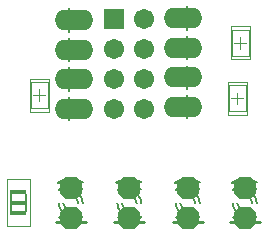
<source format=gts>
%FSLAX24Y24*%
%MOIN*%
G70*
G01*
G75*
G04 Layer_Color=8388736*
%ADD10C,0.0320*%
%ADD11R,0.0476X0.0159*%
%ADD12C,0.0039*%
%ADD13C,0.0100*%
%ADD14C,0.0060*%
%ADD15R,0.0560X0.0140*%
%ADD16R,0.0250X0.0240*%
%ADD17C,0.0020*%
G04:AMPARAMS|DCode=18|XSize=66mil|YSize=66mil|CornerRadius=0mil|HoleSize=0mil|Usage=FLASHONLY|Rotation=270.000|XOffset=0mil|YOffset=0mil|HoleType=Round|Shape=Octagon|*
%AMOCTAGOND18*
4,1,8,-0.0165,-0.0330,0.0165,-0.0330,0.0330,-0.0165,0.0330,0.0165,0.0165,0.0330,-0.0165,0.0330,-0.0330,0.0165,-0.0330,-0.0165,-0.0165,-0.0330,0.0*
%
%ADD18OCTAGOND18*%

%ADD19O,0.1200X0.0600*%
%ADD20C,0.0591*%
%ADD21R,0.0591X0.0591*%
%ADD22R,0.0630X0.0520*%
%ADD23R,0.0551X0.0433*%
%ADD24C,0.0050*%
%ADD25C,0.0260*%
%ADD26C,0.0079*%
%ADD27C,0.0080*%
%ADD28R,0.2601X0.0240*%
G04:AMPARAMS|DCode=29|XSize=74mil|YSize=74mil|CornerRadius=0mil|HoleSize=0mil|Usage=FLASHONLY|Rotation=270.000|XOffset=0mil|YOffset=0mil|HoleType=Round|Shape=Octagon|*
%AMOCTAGOND29*
4,1,8,-0.0185,-0.0370,0.0185,-0.0370,0.0370,-0.0185,0.0370,0.0185,0.0185,0.0370,-0.0185,0.0370,-0.0370,0.0185,-0.0370,-0.0185,-0.0185,-0.0370,0.0*
%
%ADD29OCTAGOND29*%

%ADD30O,0.1280X0.0680*%
%ADD31C,0.0671*%
%ADD32R,0.0671X0.0671*%
D11*
X752Y1225D02*
D03*
D12*
X8435Y6122D02*
Y6988D01*
X7865Y6122D02*
Y6988D01*
Y6122D02*
X8435D01*
X7865Y6988D02*
X8435D01*
X8335Y4262D02*
Y5128D01*
X7765Y4262D02*
Y5128D01*
Y4262D02*
X8335D01*
X7765Y5128D02*
X8335D01*
X1735Y4367D02*
Y5233D01*
X1165Y4367D02*
Y5233D01*
Y4367D02*
X1735D01*
X1165Y5233D02*
X1735D01*
X7953Y6555D02*
X8347D01*
X8150Y6358D02*
Y6752D01*
X8465Y6004D02*
Y7106D01*
X7835Y6004D02*
Y7106D01*
Y6004D02*
X8465D01*
X7835Y7106D02*
X8465D01*
X7853Y4695D02*
X8247D01*
X8050Y4498D02*
Y4892D01*
X8365Y4144D02*
Y5246D01*
X7735Y4144D02*
Y5246D01*
Y4144D02*
X8365D01*
X7735Y5246D02*
X8365D01*
X1253Y4800D02*
X1647D01*
X1450Y4603D02*
Y4997D01*
X1765Y4249D02*
Y5351D01*
X1135Y4249D02*
Y5351D01*
Y4249D02*
X1765D01*
X1135Y5351D02*
X1765D01*
D13*
X8300Y2000D02*
G03*
X7881Y1881I-0J-800D01*
G01*
X8680Y1904D02*
G03*
X8300Y2000I-380J-706D01*
G01*
X6400D02*
G03*
X5981Y1881I-0J-800D01*
G01*
X6780Y1904D02*
G03*
X6400Y2000I-380J-706D01*
G01*
X4450D02*
G03*
X4031Y1881I-0J-800D01*
G01*
X4830Y1904D02*
G03*
X4450Y2000I-380J-706D01*
G01*
X2500D02*
G03*
X2081Y1881I-0J-800D01*
G01*
X2880Y1904D02*
G03*
X2500Y2000I-380J-706D01*
G01*
X7800Y580D02*
X8800D01*
X5900D02*
X6900D01*
X3950D02*
X4950D01*
X2000D02*
X3000D01*
D14*
X7900Y1200D02*
G03*
X8300Y800I400J0D01*
G01*
X8050Y1200D02*
G03*
X8300Y950I250J0D01*
G01*
X8700Y1200D02*
G03*
X8300Y1600I-400J0D01*
G01*
X8550Y1200D02*
G03*
X8300Y1450I-250J0D01*
G01*
X7916Y730D02*
G03*
X8300Y600I372J465D01*
G01*
D02*
G03*
X8700Y740I11J611D01*
G01*
X8300Y1800D02*
G03*
X7901Y1648I-0J-600D01*
G01*
X8690Y1661D02*
G03*
X8300Y1800I-387J-469D01*
G01*
X6000Y1200D02*
G03*
X6400Y800I400J0D01*
G01*
X6150Y1200D02*
G03*
X6400Y950I250J0D01*
G01*
X6800Y1200D02*
G03*
X6400Y1600I-400J0D01*
G01*
X6650Y1200D02*
G03*
X6400Y1450I-250J0D01*
G01*
X6016Y730D02*
G03*
X6400Y600I372J465D01*
G01*
D02*
G03*
X6800Y740I11J611D01*
G01*
X6400Y1800D02*
G03*
X6001Y1648I-0J-600D01*
G01*
X6790Y1661D02*
G03*
X6400Y1800I-387J-469D01*
G01*
X4050Y1200D02*
G03*
X4450Y800I400J0D01*
G01*
X4200Y1200D02*
G03*
X4450Y950I250J0D01*
G01*
X4850Y1200D02*
G03*
X4450Y1600I-400J0D01*
G01*
X4700Y1200D02*
G03*
X4450Y1450I-250J0D01*
G01*
X4066Y730D02*
G03*
X4450Y600I372J465D01*
G01*
D02*
G03*
X4850Y740I11J611D01*
G01*
X4450Y1800D02*
G03*
X4051Y1648I-0J-600D01*
G01*
X4840Y1661D02*
G03*
X4450Y1800I-387J-469D01*
G01*
X2100Y1200D02*
G03*
X2500Y800I400J0D01*
G01*
X2250Y1200D02*
G03*
X2500Y950I250J0D01*
G01*
X2900Y1200D02*
G03*
X2500Y1600I-400J0D01*
G01*
X2750Y1200D02*
G03*
X2500Y1450I-250J0D01*
G01*
X2116Y730D02*
G03*
X2500Y600I372J465D01*
G01*
D02*
G03*
X2900Y740I11J611D01*
G01*
X2500Y1800D02*
G03*
X2101Y1648I-0J-600D01*
G01*
X2890Y1661D02*
G03*
X2500Y1800I-387J-469D01*
G01*
X500Y944D02*
Y1504D01*
X1000Y944D02*
Y1504D01*
X2450Y3963D02*
Y4743D01*
Y4953D02*
Y5733D01*
Y5936D02*
Y6716D01*
Y6916D02*
Y7696D01*
X6389Y6983D02*
Y7764D01*
Y5994D02*
Y6774D01*
Y5010D02*
Y5790D01*
Y4030D02*
Y4810D01*
D15*
X750Y1564D02*
D03*
Y884D02*
D03*
D16*
X2575Y4353D02*
D03*
Y5333D02*
D03*
Y6326D02*
D03*
Y7306D02*
D03*
X6264Y7374D02*
D03*
Y6394D02*
D03*
Y5400D02*
D03*
Y4420D02*
D03*
D17*
X363Y2004D02*
X1140D01*
X363Y447D02*
X1140D01*
X363D02*
Y2004D01*
X1140Y447D02*
Y2004D01*
D29*
X8300Y700D02*
D03*
Y1700D02*
D03*
X6400Y700D02*
D03*
Y1700D02*
D03*
X4450Y700D02*
D03*
Y1700D02*
D03*
X2500Y700D02*
D03*
Y1700D02*
D03*
D30*
X2600Y7306D02*
D03*
Y6326D02*
D03*
Y4350D02*
D03*
Y5334D02*
D03*
X6239Y4420D02*
D03*
Y5400D02*
D03*
Y7376D02*
D03*
Y6392D02*
D03*
D31*
X4950Y4350D02*
D03*
Y5350D02*
D03*
Y6350D02*
D03*
Y7350D02*
D03*
X3950Y4350D02*
D03*
Y5350D02*
D03*
Y6350D02*
D03*
D32*
Y7350D02*
D03*
M02*

</source>
